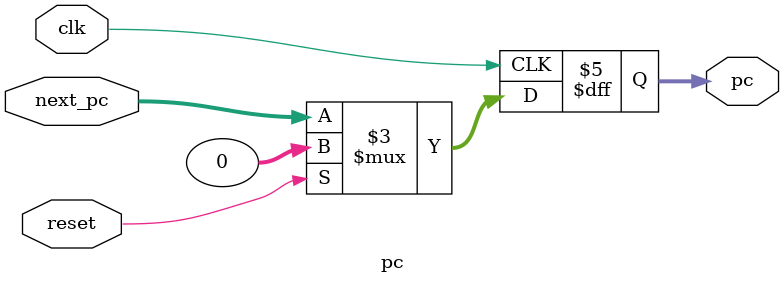
<source format=sv>
`timescale 1ns / 1ps


module pc(
    input logic clk,
    input logic reset,
    input logic [31:0] next_pc,
    output logic [31:0] pc
    );
    
    always_ff @(posedge clk) begin
        if (reset)
            pc <= 32'h00000000;
        else
            pc <= next_pc;
     end
     
endmodule

</source>
